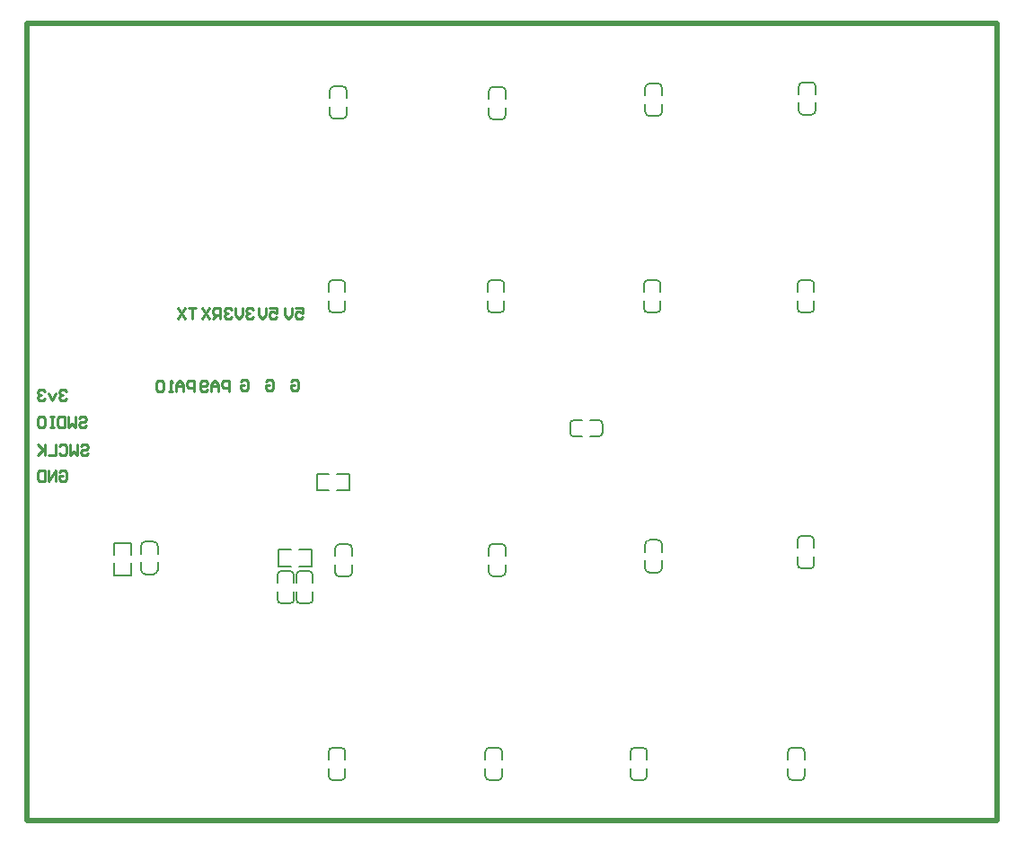
<source format=gbo>
G04*
G04 #@! TF.GenerationSoftware,Altium Limited,Altium Designer,18.1.9 (240)*
G04*
G04 Layer_Color=32896*
%FSLAX24Y24*%
%MOIN*%
G70*
G01*
G75*
%ADD10C,0.0079*%
%ADD13C,0.0100*%
%ADD20C,0.0200*%
D10*
X20303Y14861D02*
G03*
X20146Y14704I0J-157D01*
G01*
X20146Y14396D02*
G03*
X20303Y14239I157J0D01*
G01*
X21197Y14239D02*
G03*
X21354Y14396I-0J157D01*
G01*
Y14704D02*
G03*
X21197Y14861I-157J0D01*
G01*
X9443Y9254D02*
G03*
X9286Y9097I0J-157D01*
G01*
X9908D02*
G03*
X9750Y9254I-157J-0D01*
G01*
X9750Y8046D02*
G03*
X9908Y8203I0J157D01*
G01*
X9286Y8203D02*
G03*
X9443Y8046I157J0D01*
G01*
X10450Y8046D02*
G03*
X10608Y8203I0J157D01*
G01*
X9986D02*
G03*
X10143Y8046I157J0D01*
G01*
X10143Y9254D02*
G03*
X9986Y9097I0J-157D01*
G01*
X10608Y9097D02*
G03*
X10450Y9254I-157J-0D01*
G01*
X22850Y1485D02*
G03*
X23007Y1643I0J157D01*
G01*
X22385D02*
G03*
X22543Y1485I157J0D01*
G01*
X22543Y2694D02*
G03*
X22385Y2537I0J-157D01*
G01*
X23007Y2537D02*
G03*
X22850Y2694I-157J-0D01*
G01*
X23559Y10250D02*
G03*
X23402Y10407I-157J-0D01*
G01*
X23095Y10407D02*
G03*
X22937Y10250I0J-157D01*
G01*
X22937Y9356D02*
G03*
X23095Y9199I157J0D01*
G01*
X23402D02*
G03*
X23559Y9356I0J157D01*
G01*
X29209Y10397D02*
G03*
X29052Y10554I-157J-0D01*
G01*
X28745Y10554D02*
G03*
X28587Y10397I0J-157D01*
G01*
X28587Y9503D02*
G03*
X28745Y9346I157J0D01*
G01*
X29052D02*
G03*
X29209Y9503I0J157D01*
G01*
X11902Y9046D02*
G03*
X12059Y9203I0J157D01*
G01*
X11437D02*
G03*
X11595Y9046I157J0D01*
G01*
X11595Y10254D02*
G03*
X11437Y10097I0J-157D01*
G01*
X12059Y10097D02*
G03*
X11902Y10254I-157J-0D01*
G01*
X11811Y19899D02*
G03*
X11654Y20056I-157J-0D01*
G01*
X11346Y20056D02*
G03*
X11189Y19899I0J-157D01*
G01*
X11189Y19005D02*
G03*
X11346Y18848I157J0D01*
G01*
X11654D02*
G03*
X11811Y19005I0J157D01*
G01*
X17759Y10107D02*
G03*
X17602Y10265I-157J-0D01*
G01*
X17295Y10265D02*
G03*
X17137Y10107I0J-157D01*
G01*
X17137Y9214D02*
G03*
X17295Y9056I157J0D01*
G01*
X17602D02*
G03*
X17759Y9214I0J157D01*
G01*
X17628Y2537D02*
G03*
X17471Y2694I-157J-0D01*
G01*
X17164Y2694D02*
G03*
X17006Y2537I0J-157D01*
G01*
X17006Y1643D02*
G03*
X17164Y1485I157J0D01*
G01*
X17471D02*
G03*
X17628Y1643I0J157D01*
G01*
X17761Y27071D02*
G03*
X17604Y27229I-157J-0D01*
G01*
X17296Y27229D02*
G03*
X17139Y27071I0J-157D01*
G01*
X17139Y26178D02*
G03*
X17296Y26020I157J0D01*
G01*
X17604D02*
G03*
X17761Y26178I0J157D01*
G01*
X17711Y19899D02*
G03*
X17554Y20056I-157J-0D01*
G01*
X17246Y20056D02*
G03*
X17089Y19899I0J-157D01*
G01*
X17089Y19005D02*
G03*
X17246Y18848I157J0D01*
G01*
X17554D02*
G03*
X17711Y19005I0J157D01*
G01*
X11809Y2537D02*
G03*
X11652Y2694I-157J-0D01*
G01*
X11345Y2694D02*
G03*
X11187Y2537I0J-157D01*
G01*
X11187Y1643D02*
G03*
X11345Y1485I157J0D01*
G01*
X11652D02*
G03*
X11809Y1643I0J157D01*
G01*
X23511Y19899D02*
G03*
X23354Y20056I-157J-0D01*
G01*
X23046Y20056D02*
G03*
X22889Y19899I0J-157D01*
G01*
X22889Y19005D02*
G03*
X23046Y18848I157J0D01*
G01*
X23354D02*
G03*
X23511Y19005I0J157D01*
G01*
X28857Y2537D02*
G03*
X28700Y2694I-157J-0D01*
G01*
X28393Y2694D02*
G03*
X28235Y2537I0J-157D01*
G01*
X28235Y1643D02*
G03*
X28393Y1485I157J0D01*
G01*
X28700D02*
G03*
X28857Y1643I0J157D01*
G01*
X4384Y10345D02*
G03*
X4226Y10187I0J-157D01*
G01*
X4848D02*
G03*
X4691Y10345I-157J-0D01*
G01*
X4691Y9136D02*
G03*
X4848Y9294I0J157D01*
G01*
X4226Y9294D02*
G03*
X4384Y9136I157J0D01*
G01*
X29104Y26194D02*
G03*
X29261Y26352I0J157D01*
G01*
X28639D02*
G03*
X28796Y26194I157J0D01*
G01*
X28796Y27403D02*
G03*
X28639Y27246I0J-157D01*
G01*
X29261Y27246D02*
G03*
X29104Y27403I-157J-0D01*
G01*
X23404Y26148D02*
G03*
X23561Y26305I0J157D01*
G01*
X22939D02*
G03*
X23096Y26148I157J0D01*
G01*
X23096Y27356D02*
G03*
X22939Y27199I0J-157D01*
G01*
X23561Y27199D02*
G03*
X23404Y27356I-157J-0D01*
G01*
X11704Y26044D02*
G03*
X11861Y26202I0J157D01*
G01*
X11239D02*
G03*
X11396Y26044I157J0D01*
G01*
X11396Y27253D02*
G03*
X11239Y27096I0J-157D01*
G01*
X11861Y27096D02*
G03*
X11704Y27253I-157J-0D01*
G01*
X29054Y18848D02*
G03*
X29211Y19005I0J157D01*
G01*
X28589D02*
G03*
X28746Y18848I157J0D01*
G01*
X28746Y20056D02*
G03*
X28589Y19899I0J-157D01*
G01*
X29211Y19899D02*
G03*
X29054Y20056I-157J-0D01*
G01*
X20907Y14861D02*
X21197D01*
X20146Y14396D02*
Y14704D01*
X21354Y14396D02*
Y14704D01*
X20303Y14861D02*
X20593D01*
X20303Y14239D02*
X20593D01*
X20907Y14239D02*
X21197D01*
X9908Y8807D02*
Y9097D01*
X9908Y8203D02*
Y8493D01*
X9286Y8203D02*
Y8493D01*
X9443Y9254D02*
X9750D01*
X9443Y8046D02*
X9750D01*
X9286Y8807D02*
Y9097D01*
X9986Y8203D02*
Y8493D01*
X9986Y8807D02*
Y9097D01*
X10608Y8807D02*
Y9097D01*
X10143Y8046D02*
X10450D01*
X10143Y9254D02*
X10450D01*
X10608Y8203D02*
Y8493D01*
X10104Y10048D02*
X10551D01*
X9343D02*
X9789D01*
X10104Y9426D02*
X10551D01*
X9343D02*
Y10048D01*
X10551Y9426D02*
Y10048D01*
X9343Y9426D02*
X9789D01*
X22385Y1643D02*
Y1932D01*
X22385Y2247D02*
Y2537D01*
X23007Y2247D02*
Y2537D01*
X22543Y1485D02*
X22850D01*
X22543Y2694D02*
X22850D01*
X23007Y1643D02*
Y1932D01*
X23559Y9356D02*
Y9646D01*
X23095Y10407D02*
X23402D01*
X23095Y9199D02*
X23402D01*
X23559Y9961D02*
Y10250D01*
X22937Y9961D02*
Y10250D01*
X22937Y9356D02*
Y9646D01*
X3861Y9096D02*
Y9543D01*
X3239Y10304D02*
X3861D01*
X3239Y9096D02*
X3861D01*
Y9857D02*
Y10304D01*
X3239Y9096D02*
Y9543D01*
Y9857D02*
Y10304D01*
X29209Y9503D02*
Y9793D01*
X28745Y10554D02*
X29052D01*
X28745Y9346D02*
X29052D01*
X29209Y10107D02*
Y10397D01*
X28587Y10107D02*
Y10397D01*
X28587Y9503D02*
Y9793D01*
X11437Y9203D02*
Y9493D01*
X11437Y9807D02*
Y10097D01*
X12059Y9807D02*
Y10097D01*
X11595Y9046D02*
X11902D01*
X11595Y10254D02*
X11902D01*
X12059Y9203D02*
Y9493D01*
X11811Y19005D02*
Y19294D01*
X11346Y20056D02*
X11654D01*
X11346Y18848D02*
X11654D01*
X11811Y19609D02*
Y19899D01*
X11189Y19609D02*
Y19899D01*
X11189Y19005D02*
Y19294D01*
X17759Y9214D02*
Y9503D01*
X17295Y10265D02*
X17602D01*
X17295Y9056D02*
X17602D01*
X17759Y9818D02*
Y10107D01*
X17137Y9818D02*
Y10107D01*
X17137Y9214D02*
Y9503D01*
X17628Y1643D02*
Y1932D01*
X17164Y2694D02*
X17471D01*
X17164Y1485D02*
X17471D01*
X17628Y2247D02*
Y2537D01*
X17006Y2247D02*
Y2537D01*
X17006Y1643D02*
Y1932D01*
X17761Y26178D02*
Y26467D01*
X17296Y27229D02*
X17604D01*
X17296Y26020D02*
X17604D01*
X17761Y26782D02*
Y27071D01*
X17139Y26782D02*
Y27071D01*
X17139Y26178D02*
Y26467D01*
X17711Y19005D02*
Y19294D01*
X17246Y20056D02*
X17554D01*
X17246Y18848D02*
X17554D01*
X17711Y19609D02*
Y19899D01*
X17089Y19609D02*
Y19899D01*
X17089Y19005D02*
Y19294D01*
X11809Y1643D02*
Y1932D01*
X11345Y2694D02*
X11652D01*
X11345Y1485D02*
X11652D01*
X11809Y2247D02*
Y2537D01*
X11187Y2247D02*
Y2537D01*
X11187Y1643D02*
Y1932D01*
X23511Y19005D02*
Y19294D01*
X23046Y20056D02*
X23354D01*
X23046Y18848D02*
X23354D01*
X23511Y19609D02*
Y19899D01*
X22889Y19609D02*
Y19899D01*
X22889Y19005D02*
Y19294D01*
X28857Y1643D02*
Y1932D01*
X28393Y2694D02*
X28700D01*
X28393Y1485D02*
X28700D01*
X28857Y2247D02*
Y2537D01*
X28235Y2247D02*
Y2537D01*
X28235Y1643D02*
Y1932D01*
X11507Y12861D02*
X11954D01*
X10746Y12239D02*
Y12861D01*
X11954Y12239D02*
Y12861D01*
X10746D02*
X11193D01*
X11507Y12239D02*
X11954D01*
X10746D02*
X11193D01*
X4848Y9898D02*
Y10187D01*
X4848Y9294D02*
Y9583D01*
X4226Y9294D02*
Y9583D01*
X4384Y10345D02*
X4691D01*
X4384Y9136D02*
X4691D01*
X4226Y9898D02*
Y10187D01*
X28639Y26352D02*
Y26641D01*
X28639Y26956D02*
Y27246D01*
X29261Y26956D02*
Y27246D01*
X28796Y26194D02*
X29104D01*
X28796Y27403D02*
X29104D01*
X29261Y26352D02*
Y26641D01*
X22939Y26305D02*
Y26594D01*
X22939Y26909D02*
Y27199D01*
X23561Y26909D02*
Y27199D01*
X23096Y26148D02*
X23404D01*
X23096Y27356D02*
X23404D01*
X23561Y26305D02*
Y26594D01*
X11239Y26202D02*
Y26491D01*
X11239Y26806D02*
Y27096D01*
X11861Y26806D02*
Y27096D01*
X11396Y26044D02*
X11704D01*
X11396Y27253D02*
X11704D01*
X11861Y26202D02*
Y26491D01*
X28589Y19005D02*
Y19294D01*
X28589Y19609D02*
Y19899D01*
X29211Y19609D02*
Y19899D01*
X28746Y18848D02*
X29054D01*
X28746Y20056D02*
X29054D01*
X29211Y19005D02*
Y19294D01*
D13*
X9004Y19033D02*
X9270D01*
Y18833D01*
X9137Y18899D01*
X9070D01*
X9004Y18833D01*
Y18700D01*
X9070Y18633D01*
X9204D01*
X9270Y18700D01*
X8870Y19033D02*
Y18766D01*
X8737Y18633D01*
X8604Y18766D01*
Y19033D01*
X9954D02*
X10220D01*
Y18833D01*
X10087Y18899D01*
X10020D01*
X9954Y18833D01*
Y18700D01*
X10020Y18633D01*
X10154D01*
X10220Y18700D01*
X9820Y19033D02*
Y18766D01*
X9687Y18633D01*
X9554Y18766D01*
Y19033D01*
X8400Y18966D02*
X8333Y19033D01*
X8200D01*
X8133Y18966D01*
Y18899D01*
X8200Y18833D01*
X8267D01*
X8200D01*
X8133Y18766D01*
Y18700D01*
X8200Y18633D01*
X8333D01*
X8400Y18700D01*
X8000Y19033D02*
Y18766D01*
X7867Y18633D01*
X7734Y18766D01*
Y19033D01*
X7600Y18966D02*
X7534Y19033D01*
X7400D01*
X7334Y18966D01*
Y18899D01*
X7400Y18833D01*
X7467D01*
X7400D01*
X7334Y18766D01*
Y18700D01*
X7400Y18633D01*
X7534D01*
X7600Y18700D01*
X6246Y19033D02*
X5979D01*
X6112D01*
Y18633D01*
X5846Y19033D02*
X5579Y18633D01*
Y19033D02*
X5846Y18633D01*
X7170D02*
Y19033D01*
X6970D01*
X6904Y18966D01*
Y18833D01*
X6970Y18766D01*
X7170D01*
X7037D02*
X6904Y18633D01*
X6770Y19033D02*
X6504Y18633D01*
Y19033D02*
X6770Y18633D01*
X7925Y16286D02*
X7992Y16352D01*
X8125D01*
X8192Y16286D01*
Y16019D01*
X8125Y15952D01*
X7992D01*
X7925Y16019D01*
Y16152D01*
X8058D01*
X8874Y16283D02*
X8941Y16350D01*
X9074D01*
X9141Y16283D01*
Y16017D01*
X9074Y15950D01*
X8941D01*
X8874Y16017D01*
Y16150D01*
X9007D01*
X9800Y16283D02*
X9866Y16350D01*
X10000D01*
X10066Y16283D01*
Y16017D01*
X10000Y15950D01*
X9866D01*
X9800Y16017D01*
Y16150D01*
X9933D01*
X7500Y15916D02*
Y16316D01*
X7300D01*
X7233Y16250D01*
Y16116D01*
X7300Y16050D01*
X7500D01*
X7100Y15916D02*
Y16183D01*
X6967Y16316D01*
X6834Y16183D01*
Y15916D01*
Y16116D01*
X7100D01*
X6700Y15983D02*
X6634Y15916D01*
X6500D01*
X6434Y15983D01*
Y16250D01*
X6500Y16316D01*
X6634D01*
X6700Y16250D01*
Y16183D01*
X6634Y16116D01*
X6434D01*
X6200Y15916D02*
Y16316D01*
X6000D01*
X5933Y16250D01*
Y16116D01*
X6000Y16050D01*
X6200D01*
X5800Y15916D02*
Y16183D01*
X5667Y16316D01*
X5534Y16183D01*
Y15916D01*
Y16116D01*
X5800D01*
X5400Y15916D02*
X5267D01*
X5334D01*
Y16316D01*
X5400Y16250D01*
X5067D02*
X5000Y16316D01*
X4867D01*
X4800Y16250D01*
Y15983D01*
X4867Y15916D01*
X5000D01*
X5067Y15983D01*
Y16250D01*
X1184Y12933D02*
X1250Y13000D01*
X1384D01*
X1450Y12933D01*
Y12667D01*
X1384Y12600D01*
X1250D01*
X1184Y12667D01*
Y12800D01*
X1317D01*
X1050Y12600D02*
Y13000D01*
X784Y12600D01*
Y13000D01*
X651D02*
Y12600D01*
X451D01*
X384Y12667D01*
Y12933D01*
X451Y13000D01*
X651D01*
X1983Y13883D02*
X2050Y13950D01*
X2183D01*
X2250Y13883D01*
Y13817D01*
X2183Y13750D01*
X2050D01*
X1983Y13683D01*
Y13617D01*
X2050Y13550D01*
X2183D01*
X2250Y13617D01*
X1850Y13950D02*
Y13550D01*
X1717Y13683D01*
X1584Y13550D01*
Y13950D01*
X1184Y13883D02*
X1250Y13950D01*
X1384D01*
X1450Y13883D01*
Y13617D01*
X1384Y13550D01*
X1250D01*
X1184Y13617D01*
X1050Y13950D02*
Y13550D01*
X784D01*
X651Y13950D02*
Y13550D01*
Y13683D01*
X384Y13950D01*
X584Y13750D01*
X384Y13550D01*
X1917Y14933D02*
X1983Y15000D01*
X2117D01*
X2183Y14933D01*
Y14867D01*
X2117Y14800D01*
X1983D01*
X1917Y14733D01*
Y14667D01*
X1983Y14600D01*
X2117D01*
X2183Y14667D01*
X1783Y15000D02*
Y14600D01*
X1650Y14733D01*
X1517Y14600D01*
Y15000D01*
X1384D02*
Y14600D01*
X1184D01*
X1117Y14667D01*
Y14933D01*
X1184Y15000D01*
X1384D01*
X984D02*
X850D01*
X917D01*
Y14600D01*
X984D01*
X850D01*
X451Y15000D02*
X584D01*
X651Y14933D01*
Y14667D01*
X584Y14600D01*
X451D01*
X384Y14667D01*
Y14933D01*
X451Y15000D01*
X1450Y15933D02*
X1384Y16000D01*
X1250D01*
X1184Y15933D01*
Y15867D01*
X1250Y15800D01*
X1317D01*
X1250D01*
X1184Y15733D01*
Y15667D01*
X1250Y15600D01*
X1384D01*
X1450Y15667D01*
X1050Y15867D02*
X917Y15600D01*
X784Y15867D01*
X651Y15933D02*
X584Y16000D01*
X451D01*
X384Y15933D01*
Y15867D01*
X451Y15800D01*
X517D01*
X451D01*
X384Y15733D01*
Y15667D01*
X451Y15600D01*
X584D01*
X651Y15667D01*
D20*
X0Y29600D02*
X36000D01*
Y0D02*
Y29600D01*
X0Y0D02*
X36000D01*
X0Y50D02*
Y29600D01*
Y50D02*
X50Y0D01*
M02*

</source>
